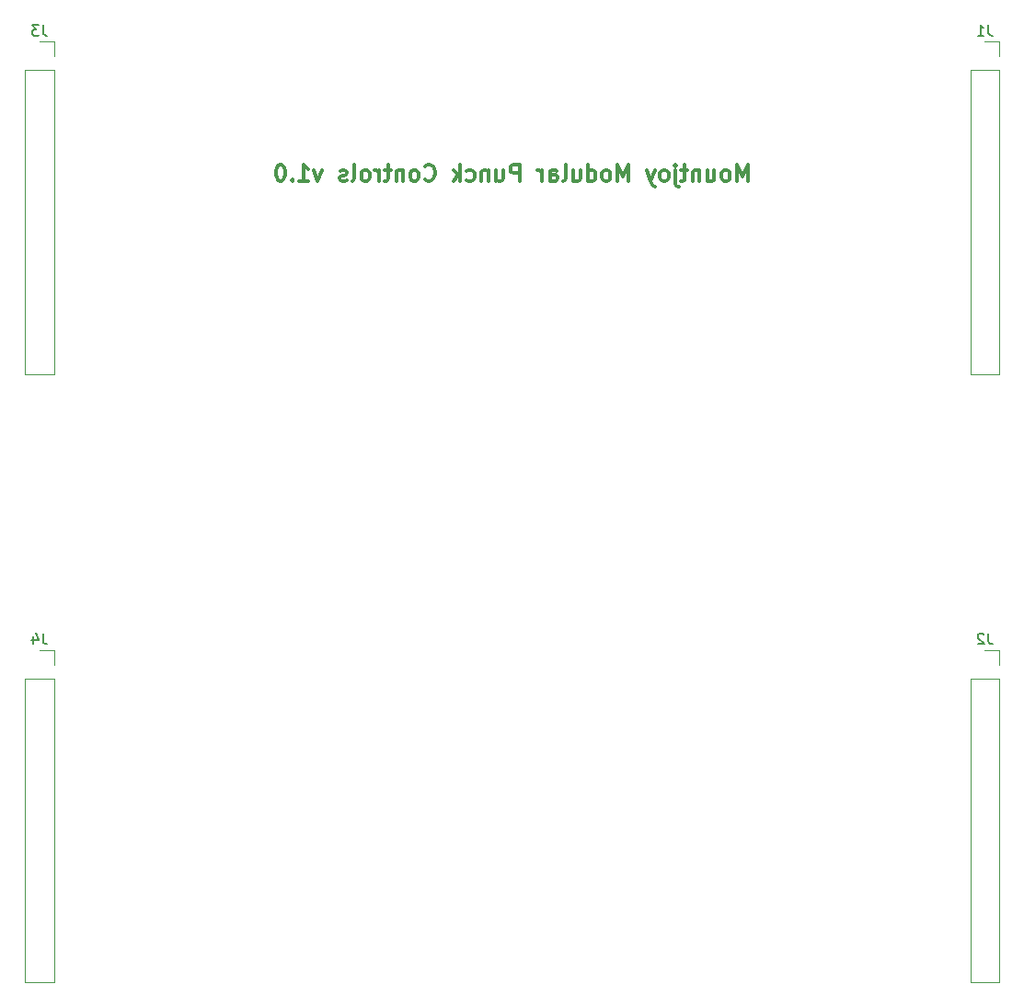
<source format=gbr>
%TF.GenerationSoftware,KiCad,Pcbnew,(6.0.8)*%
%TF.CreationDate,2022-10-20T13:08:20+01:00*%
%TF.ProjectId,Punck_Controls,50756e63-6b5f-4436-9f6e-74726f6c732e,rev?*%
%TF.SameCoordinates,Original*%
%TF.FileFunction,Legend,Bot*%
%TF.FilePolarity,Positive*%
%FSLAX46Y46*%
G04 Gerber Fmt 4.6, Leading zero omitted, Abs format (unit mm)*
G04 Created by KiCad (PCBNEW (6.0.8)) date 2022-10-20 13:08:20*
%MOMM*%
%LPD*%
G01*
G04 APERTURE LIST*
%ADD10C,0.300000*%
%ADD11C,0.150000*%
%ADD12C,0.120000*%
G04 APERTURE END LIST*
D10*
X137278571Y-67478571D02*
X137278571Y-65978571D01*
X136778571Y-67050000D01*
X136278571Y-65978571D01*
X136278571Y-67478571D01*
X135350000Y-67478571D02*
X135492857Y-67407142D01*
X135564285Y-67335714D01*
X135635714Y-67192857D01*
X135635714Y-66764285D01*
X135564285Y-66621428D01*
X135492857Y-66550000D01*
X135350000Y-66478571D01*
X135135714Y-66478571D01*
X134992857Y-66550000D01*
X134921428Y-66621428D01*
X134850000Y-66764285D01*
X134850000Y-67192857D01*
X134921428Y-67335714D01*
X134992857Y-67407142D01*
X135135714Y-67478571D01*
X135350000Y-67478571D01*
X133564285Y-66478571D02*
X133564285Y-67478571D01*
X134207142Y-66478571D02*
X134207142Y-67264285D01*
X134135714Y-67407142D01*
X133992857Y-67478571D01*
X133778571Y-67478571D01*
X133635714Y-67407142D01*
X133564285Y-67335714D01*
X132850000Y-66478571D02*
X132850000Y-67478571D01*
X132850000Y-66621428D02*
X132778571Y-66550000D01*
X132635714Y-66478571D01*
X132421428Y-66478571D01*
X132278571Y-66550000D01*
X132207142Y-66692857D01*
X132207142Y-67478571D01*
X131707142Y-66478571D02*
X131135714Y-66478571D01*
X131492857Y-65978571D02*
X131492857Y-67264285D01*
X131421428Y-67407142D01*
X131278571Y-67478571D01*
X131135714Y-67478571D01*
X130635714Y-66478571D02*
X130635714Y-67764285D01*
X130707142Y-67907142D01*
X130850000Y-67978571D01*
X130921428Y-67978571D01*
X130635714Y-65978571D02*
X130707142Y-66050000D01*
X130635714Y-66121428D01*
X130564285Y-66050000D01*
X130635714Y-65978571D01*
X130635714Y-66121428D01*
X129707142Y-67478571D02*
X129850000Y-67407142D01*
X129921428Y-67335714D01*
X129992857Y-67192857D01*
X129992857Y-66764285D01*
X129921428Y-66621428D01*
X129850000Y-66550000D01*
X129707142Y-66478571D01*
X129492857Y-66478571D01*
X129350000Y-66550000D01*
X129278571Y-66621428D01*
X129207142Y-66764285D01*
X129207142Y-67192857D01*
X129278571Y-67335714D01*
X129350000Y-67407142D01*
X129492857Y-67478571D01*
X129707142Y-67478571D01*
X128707142Y-66478571D02*
X128349999Y-67478571D01*
X127992857Y-66478571D02*
X128349999Y-67478571D01*
X128492857Y-67835714D01*
X128564285Y-67907142D01*
X128707142Y-67978571D01*
X126278571Y-67478571D02*
X126278571Y-65978571D01*
X125778571Y-67050000D01*
X125278571Y-65978571D01*
X125278571Y-67478571D01*
X124350000Y-67478571D02*
X124492857Y-67407142D01*
X124564285Y-67335714D01*
X124635714Y-67192857D01*
X124635714Y-66764285D01*
X124564285Y-66621428D01*
X124492857Y-66550000D01*
X124350000Y-66478571D01*
X124135714Y-66478571D01*
X123992857Y-66550000D01*
X123921428Y-66621428D01*
X123850000Y-66764285D01*
X123850000Y-67192857D01*
X123921428Y-67335714D01*
X123992857Y-67407142D01*
X124135714Y-67478571D01*
X124350000Y-67478571D01*
X122564285Y-67478571D02*
X122564285Y-65978571D01*
X122564285Y-67407142D02*
X122707142Y-67478571D01*
X122992857Y-67478571D01*
X123135714Y-67407142D01*
X123207142Y-67335714D01*
X123278571Y-67192857D01*
X123278571Y-66764285D01*
X123207142Y-66621428D01*
X123135714Y-66550000D01*
X122992857Y-66478571D01*
X122707142Y-66478571D01*
X122564285Y-66550000D01*
X121207142Y-66478571D02*
X121207142Y-67478571D01*
X121849999Y-66478571D02*
X121849999Y-67264285D01*
X121778571Y-67407142D01*
X121635714Y-67478571D01*
X121421428Y-67478571D01*
X121278571Y-67407142D01*
X121207142Y-67335714D01*
X120278571Y-67478571D02*
X120421428Y-67407142D01*
X120492857Y-67264285D01*
X120492857Y-65978571D01*
X119064285Y-67478571D02*
X119064285Y-66692857D01*
X119135714Y-66550000D01*
X119278571Y-66478571D01*
X119564285Y-66478571D01*
X119707142Y-66550000D01*
X119064285Y-67407142D02*
X119207142Y-67478571D01*
X119564285Y-67478571D01*
X119707142Y-67407142D01*
X119778571Y-67264285D01*
X119778571Y-67121428D01*
X119707142Y-66978571D01*
X119564285Y-66907142D01*
X119207142Y-66907142D01*
X119064285Y-66835714D01*
X118349999Y-67478571D02*
X118349999Y-66478571D01*
X118349999Y-66764285D02*
X118278571Y-66621428D01*
X118207142Y-66550000D01*
X118064285Y-66478571D01*
X117921428Y-66478571D01*
X116278571Y-67478571D02*
X116278571Y-65978571D01*
X115707142Y-65978571D01*
X115564285Y-66050000D01*
X115492857Y-66121428D01*
X115421428Y-66264285D01*
X115421428Y-66478571D01*
X115492857Y-66621428D01*
X115564285Y-66692857D01*
X115707142Y-66764285D01*
X116278571Y-66764285D01*
X114135714Y-66478571D02*
X114135714Y-67478571D01*
X114778571Y-66478571D02*
X114778571Y-67264285D01*
X114707142Y-67407142D01*
X114564285Y-67478571D01*
X114349999Y-67478571D01*
X114207142Y-67407142D01*
X114135714Y-67335714D01*
X113421428Y-66478571D02*
X113421428Y-67478571D01*
X113421428Y-66621428D02*
X113349999Y-66550000D01*
X113207142Y-66478571D01*
X112992857Y-66478571D01*
X112849999Y-66550000D01*
X112778571Y-66692857D01*
X112778571Y-67478571D01*
X111421428Y-67407142D02*
X111564285Y-67478571D01*
X111849999Y-67478571D01*
X111992857Y-67407142D01*
X112064285Y-67335714D01*
X112135714Y-67192857D01*
X112135714Y-66764285D01*
X112064285Y-66621428D01*
X111992857Y-66550000D01*
X111849999Y-66478571D01*
X111564285Y-66478571D01*
X111421428Y-66550000D01*
X110778571Y-67478571D02*
X110778571Y-65978571D01*
X110635714Y-66907142D02*
X110207142Y-67478571D01*
X110207142Y-66478571D02*
X110778571Y-67050000D01*
X107564285Y-67335714D02*
X107635714Y-67407142D01*
X107849999Y-67478571D01*
X107992857Y-67478571D01*
X108207142Y-67407142D01*
X108349999Y-67264285D01*
X108421428Y-67121428D01*
X108492857Y-66835714D01*
X108492857Y-66621428D01*
X108421428Y-66335714D01*
X108349999Y-66192857D01*
X108207142Y-66050000D01*
X107992857Y-65978571D01*
X107849999Y-65978571D01*
X107635714Y-66050000D01*
X107564285Y-66121428D01*
X106707142Y-67478571D02*
X106849999Y-67407142D01*
X106921428Y-67335714D01*
X106992857Y-67192857D01*
X106992857Y-66764285D01*
X106921428Y-66621428D01*
X106849999Y-66550000D01*
X106707142Y-66478571D01*
X106492857Y-66478571D01*
X106349999Y-66550000D01*
X106278571Y-66621428D01*
X106207142Y-66764285D01*
X106207142Y-67192857D01*
X106278571Y-67335714D01*
X106349999Y-67407142D01*
X106492857Y-67478571D01*
X106707142Y-67478571D01*
X105564285Y-66478571D02*
X105564285Y-67478571D01*
X105564285Y-66621428D02*
X105492857Y-66550000D01*
X105349999Y-66478571D01*
X105135714Y-66478571D01*
X104992857Y-66550000D01*
X104921428Y-66692857D01*
X104921428Y-67478571D01*
X104421428Y-66478571D02*
X103849999Y-66478571D01*
X104207142Y-65978571D02*
X104207142Y-67264285D01*
X104135714Y-67407142D01*
X103992857Y-67478571D01*
X103849999Y-67478571D01*
X103349999Y-67478571D02*
X103349999Y-66478571D01*
X103349999Y-66764285D02*
X103278571Y-66621428D01*
X103207142Y-66550000D01*
X103064285Y-66478571D01*
X102921428Y-66478571D01*
X102207142Y-67478571D02*
X102349999Y-67407142D01*
X102421428Y-67335714D01*
X102492857Y-67192857D01*
X102492857Y-66764285D01*
X102421428Y-66621428D01*
X102349999Y-66550000D01*
X102207142Y-66478571D01*
X101992857Y-66478571D01*
X101849999Y-66550000D01*
X101778571Y-66621428D01*
X101707142Y-66764285D01*
X101707142Y-67192857D01*
X101778571Y-67335714D01*
X101849999Y-67407142D01*
X101992857Y-67478571D01*
X102207142Y-67478571D01*
X100849999Y-67478571D02*
X100992857Y-67407142D01*
X101064285Y-67264285D01*
X101064285Y-65978571D01*
X100349999Y-67407142D02*
X100207142Y-67478571D01*
X99921428Y-67478571D01*
X99778571Y-67407142D01*
X99707142Y-67264285D01*
X99707142Y-67192857D01*
X99778571Y-67050000D01*
X99921428Y-66978571D01*
X100135714Y-66978571D01*
X100278571Y-66907142D01*
X100349999Y-66764285D01*
X100349999Y-66692857D01*
X100278571Y-66550000D01*
X100135714Y-66478571D01*
X99921428Y-66478571D01*
X99778571Y-66550000D01*
X98064285Y-66478571D02*
X97707142Y-67478571D01*
X97349999Y-66478571D01*
X95992857Y-67478571D02*
X96849999Y-67478571D01*
X96421428Y-67478571D02*
X96421428Y-65978571D01*
X96564285Y-66192857D01*
X96707142Y-66335714D01*
X96849999Y-66407142D01*
X95349999Y-67335714D02*
X95278571Y-67407142D01*
X95349999Y-67478571D01*
X95421428Y-67407142D01*
X95349999Y-67335714D01*
X95349999Y-67478571D01*
X94349999Y-65978571D02*
X94207142Y-65978571D01*
X94064285Y-66050000D01*
X93992857Y-66121428D01*
X93921428Y-66264285D01*
X93849999Y-66550000D01*
X93849999Y-66907142D01*
X93921428Y-67192857D01*
X93992857Y-67335714D01*
X94064285Y-67407142D01*
X94207142Y-67478571D01*
X94349999Y-67478571D01*
X94492857Y-67407142D01*
X94564285Y-67335714D01*
X94635714Y-67192857D01*
X94707142Y-66907142D01*
X94707142Y-66550000D01*
X94635714Y-66264285D01*
X94564285Y-66121428D01*
X94492857Y-66050000D01*
X94349999Y-65978571D01*
D11*
%TO.C,J2*%
X159433333Y-109122380D02*
X159433333Y-109836666D01*
X159480952Y-109979523D01*
X159576190Y-110074761D01*
X159719047Y-110122380D01*
X159814285Y-110122380D01*
X159004761Y-109217619D02*
X158957142Y-109170000D01*
X158861904Y-109122380D01*
X158623809Y-109122380D01*
X158528571Y-109170000D01*
X158480952Y-109217619D01*
X158433333Y-109312857D01*
X158433333Y-109408095D01*
X158480952Y-109550952D01*
X159052380Y-110122380D01*
X158433333Y-110122380D01*
%TO.C,J4*%
X72433333Y-109122380D02*
X72433333Y-109836666D01*
X72480952Y-109979523D01*
X72576190Y-110074761D01*
X72719047Y-110122380D01*
X72814285Y-110122380D01*
X71528571Y-109455714D02*
X71528571Y-110122380D01*
X71766666Y-109074761D02*
X72004761Y-109789047D01*
X71385714Y-109789047D01*
%TO.C,J3*%
X72433333Y-53122380D02*
X72433333Y-53836666D01*
X72480952Y-53979523D01*
X72576190Y-54074761D01*
X72719047Y-54122380D01*
X72814285Y-54122380D01*
X72052380Y-53122380D02*
X71433333Y-53122380D01*
X71766666Y-53503333D01*
X71623809Y-53503333D01*
X71528571Y-53550952D01*
X71480952Y-53598571D01*
X71433333Y-53693809D01*
X71433333Y-53931904D01*
X71480952Y-54027142D01*
X71528571Y-54074761D01*
X71623809Y-54122380D01*
X71909523Y-54122380D01*
X72004761Y-54074761D01*
X72052380Y-54027142D01*
%TO.C,J1*%
X159433333Y-53122380D02*
X159433333Y-53836666D01*
X159480952Y-53979523D01*
X159576190Y-54074761D01*
X159719047Y-54122380D01*
X159814285Y-54122380D01*
X158433333Y-54122380D02*
X159004761Y-54122380D01*
X158719047Y-54122380D02*
X158719047Y-53122380D01*
X158814285Y-53265238D01*
X158909523Y-53360476D01*
X159004761Y-53408095D01*
D12*
%TO.C,J2*%
X160430000Y-112000000D02*
X160430000Y-110670000D01*
X160430000Y-113270000D02*
X157770000Y-113270000D01*
X160430000Y-141270000D02*
X157770000Y-141270000D01*
X160430000Y-110670000D02*
X159100000Y-110670000D01*
X160430000Y-113270000D02*
X160430000Y-141270000D01*
X157770000Y-113270000D02*
X157770000Y-141270000D01*
%TO.C,J4*%
X73430000Y-112000000D02*
X73430000Y-110670000D01*
X73430000Y-113270000D02*
X73430000Y-141270000D01*
X70770000Y-113270000D02*
X70770000Y-141270000D01*
X73430000Y-113270000D02*
X70770000Y-113270000D01*
X73430000Y-110670000D02*
X72100000Y-110670000D01*
X73430000Y-141270000D02*
X70770000Y-141270000D01*
%TO.C,J3*%
X73430000Y-57270000D02*
X70770000Y-57270000D01*
X73430000Y-54670000D02*
X72100000Y-54670000D01*
X73430000Y-56000000D02*
X73430000Y-54670000D01*
X73430000Y-85270000D02*
X70770000Y-85270000D01*
X73430000Y-57270000D02*
X73430000Y-85270000D01*
X70770000Y-57270000D02*
X70770000Y-85270000D01*
%TO.C,J1*%
X157770000Y-57270000D02*
X157770000Y-85270000D01*
X160430000Y-57270000D02*
X160430000Y-85270000D01*
X160430000Y-56000000D02*
X160430000Y-54670000D01*
X160430000Y-57270000D02*
X157770000Y-57270000D01*
X160430000Y-54670000D02*
X159100000Y-54670000D01*
X160430000Y-85270000D02*
X157770000Y-85270000D01*
%TD*%
M02*

</source>
